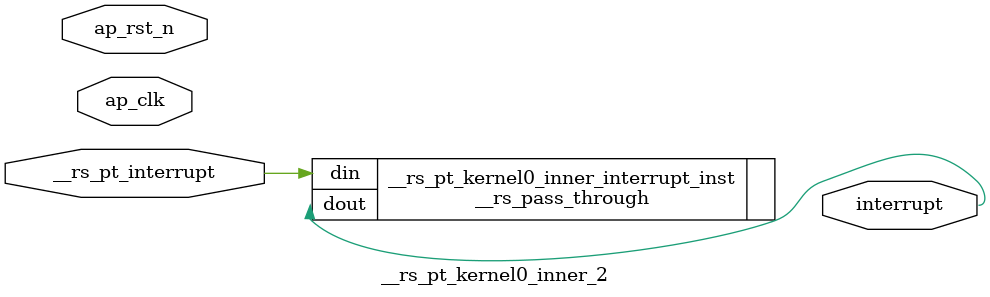
<source format=v>
`timescale 1 ns / 1 ps
/**   Generated by RapidStream   **/
module __rs_pt_kernel0_inner_2 #(
    parameter C_S_AXI_CONTROL_DATA_WIDTH  = 32,
    parameter C_S_AXI_CONTROL_ADDR_WIDTH  = 6,
    parameter C_S_AXI_DATA_WIDTH          = 32,
    parameter C_S_AXI_CONTROL_WSTRB_WIDTH = 4,
    parameter C_S_AXI_WSTRB_WIDTH         = 4
) (
    input wire  __rs_pt_interrupt,
    input wire  ap_clk,
    input wire  ap_rst_n,
    output wire interrupt
);




__rs_pass_through #(
    .WIDTH (1)
) __rs_pt_kernel0_inner_interrupt_inst /**   Generated by RapidStream   **/ (
    .din  (__rs_pt_interrupt),
    .dout (interrupt)
);

endmodule  // __rs_pt_kernel0_inner_2
</source>
